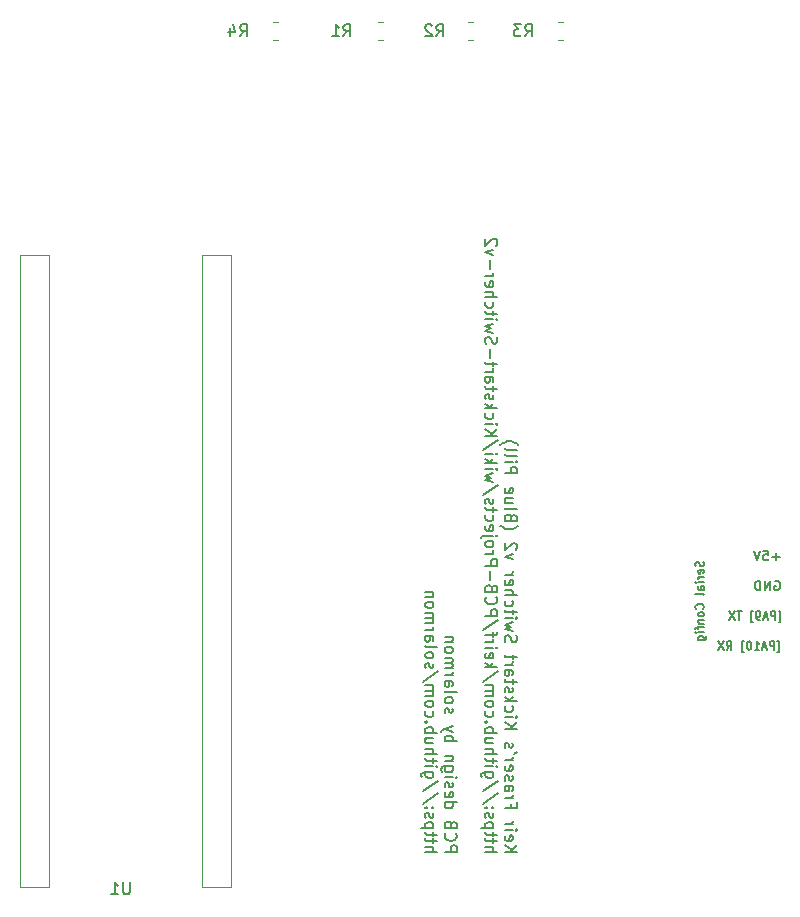
<source format=gbr>
%TF.GenerationSoftware,KiCad,Pcbnew,(5.1.9)-1*%
%TF.CreationDate,2021-05-08T11:56:35+01:00*%
%TF.ProjectId,Blue Pill Kickstart Switcher,426c7565-2050-4696-9c6c-204b69636b73,1*%
%TF.SameCoordinates,Original*%
%TF.FileFunction,Legend,Bot*%
%TF.FilePolarity,Positive*%
%FSLAX46Y46*%
G04 Gerber Fmt 4.6, Leading zero omitted, Abs format (unit mm)*
G04 Created by KiCad (PCBNEW (5.1.9)-1) date 2021-05-08 11:56:35*
%MOMM*%
%LPD*%
G01*
G04 APERTURE LIST*
%ADD10C,0.150000*%
%ADD11C,0.120000*%
G04 APERTURE END LIST*
D10*
X182198666Y-123740000D02*
X182365333Y-123740000D01*
X182365333Y-122740000D01*
X182198666Y-122740000D01*
X181932000Y-123506666D02*
X181932000Y-122806666D01*
X181665333Y-122806666D01*
X181598666Y-122840000D01*
X181565333Y-122873333D01*
X181532000Y-122940000D01*
X181532000Y-123040000D01*
X181565333Y-123106666D01*
X181598666Y-123140000D01*
X181665333Y-123173333D01*
X181932000Y-123173333D01*
X181265333Y-123306666D02*
X180932000Y-123306666D01*
X181332000Y-123506666D02*
X181098666Y-122806666D01*
X180865333Y-123506666D01*
X180265333Y-123506666D02*
X180665333Y-123506666D01*
X180465333Y-123506666D02*
X180465333Y-122806666D01*
X180532000Y-122906666D01*
X180598666Y-122973333D01*
X180665333Y-123006666D01*
X179832000Y-122806666D02*
X179765333Y-122806666D01*
X179698666Y-122840000D01*
X179665333Y-122873333D01*
X179632000Y-122940000D01*
X179598666Y-123073333D01*
X179598666Y-123240000D01*
X179632000Y-123373333D01*
X179665333Y-123440000D01*
X179698666Y-123473333D01*
X179765333Y-123506666D01*
X179832000Y-123506666D01*
X179898666Y-123473333D01*
X179932000Y-123440000D01*
X179965333Y-123373333D01*
X179998666Y-123240000D01*
X179998666Y-123073333D01*
X179965333Y-122940000D01*
X179932000Y-122873333D01*
X179898666Y-122840000D01*
X179832000Y-122806666D01*
X179365333Y-123740000D02*
X179198666Y-123740000D01*
X179198666Y-122740000D01*
X179365333Y-122740000D01*
X177898666Y-123506666D02*
X178132000Y-123173333D01*
X178298666Y-123506666D02*
X178298666Y-122806666D01*
X178032000Y-122806666D01*
X177965333Y-122840000D01*
X177932000Y-122873333D01*
X177898666Y-122940000D01*
X177898666Y-123040000D01*
X177932000Y-123106666D01*
X177965333Y-123140000D01*
X178032000Y-123173333D01*
X178298666Y-123173333D01*
X177665333Y-122806666D02*
X177198666Y-123506666D01*
X177198666Y-122806666D02*
X177665333Y-123506666D01*
X182290000Y-121200000D02*
X182456666Y-121200000D01*
X182456666Y-120200000D01*
X182290000Y-120200000D01*
X182023333Y-120966666D02*
X182023333Y-120266666D01*
X181756666Y-120266666D01*
X181690000Y-120300000D01*
X181656666Y-120333333D01*
X181623333Y-120400000D01*
X181623333Y-120500000D01*
X181656666Y-120566666D01*
X181690000Y-120600000D01*
X181756666Y-120633333D01*
X182023333Y-120633333D01*
X181356666Y-120766666D02*
X181023333Y-120766666D01*
X181423333Y-120966666D02*
X181190000Y-120266666D01*
X180956666Y-120966666D01*
X180690000Y-120966666D02*
X180556666Y-120966666D01*
X180490000Y-120933333D01*
X180456666Y-120900000D01*
X180390000Y-120800000D01*
X180356666Y-120666666D01*
X180356666Y-120400000D01*
X180390000Y-120333333D01*
X180423333Y-120300000D01*
X180490000Y-120266666D01*
X180623333Y-120266666D01*
X180690000Y-120300000D01*
X180723333Y-120333333D01*
X180756666Y-120400000D01*
X180756666Y-120566666D01*
X180723333Y-120633333D01*
X180690000Y-120666666D01*
X180623333Y-120700000D01*
X180490000Y-120700000D01*
X180423333Y-120666666D01*
X180390000Y-120633333D01*
X180356666Y-120566666D01*
X180123333Y-121200000D02*
X179956666Y-121200000D01*
X179956666Y-120200000D01*
X180123333Y-120200000D01*
X179156666Y-120266666D02*
X178756666Y-120266666D01*
X178956666Y-120966666D02*
X178956666Y-120266666D01*
X178590000Y-120266666D02*
X178123333Y-120966666D01*
X178123333Y-120266666D02*
X178590000Y-120966666D01*
X181965523Y-117710000D02*
X182041714Y-117671904D01*
X182156000Y-117671904D01*
X182270285Y-117710000D01*
X182346476Y-117786190D01*
X182384571Y-117862380D01*
X182422666Y-118014761D01*
X182422666Y-118129047D01*
X182384571Y-118281428D01*
X182346476Y-118357619D01*
X182270285Y-118433809D01*
X182156000Y-118471904D01*
X182079809Y-118471904D01*
X181965523Y-118433809D01*
X181927428Y-118395714D01*
X181927428Y-118129047D01*
X182079809Y-118129047D01*
X181584571Y-118471904D02*
X181584571Y-117671904D01*
X181127428Y-118471904D01*
X181127428Y-117671904D01*
X180746476Y-118471904D02*
X180746476Y-117671904D01*
X180556000Y-117671904D01*
X180441714Y-117710000D01*
X180365523Y-117786190D01*
X180327428Y-117862380D01*
X180289333Y-118014761D01*
X180289333Y-118129047D01*
X180327428Y-118281428D01*
X180365523Y-118357619D01*
X180441714Y-118433809D01*
X180556000Y-118471904D01*
X180746476Y-118471904D01*
X182384571Y-115627142D02*
X181775047Y-115627142D01*
X182079809Y-115931904D02*
X182079809Y-115322380D01*
X181013142Y-115131904D02*
X181394095Y-115131904D01*
X181432190Y-115512857D01*
X181394095Y-115474761D01*
X181317904Y-115436666D01*
X181127428Y-115436666D01*
X181051238Y-115474761D01*
X181013142Y-115512857D01*
X180975047Y-115589047D01*
X180975047Y-115779523D01*
X181013142Y-115855714D01*
X181051238Y-115893809D01*
X181127428Y-115931904D01*
X181317904Y-115931904D01*
X181394095Y-115893809D01*
X181432190Y-115855714D01*
X180746476Y-115131904D02*
X180479809Y-115931904D01*
X180213142Y-115131904D01*
X175924333Y-116063333D02*
X175957666Y-116163333D01*
X175957666Y-116330000D01*
X175924333Y-116396666D01*
X175891000Y-116430000D01*
X175824333Y-116463333D01*
X175757666Y-116463333D01*
X175691000Y-116430000D01*
X175657666Y-116396666D01*
X175624333Y-116330000D01*
X175591000Y-116196666D01*
X175557666Y-116130000D01*
X175524333Y-116096666D01*
X175457666Y-116063333D01*
X175391000Y-116063333D01*
X175324333Y-116096666D01*
X175291000Y-116130000D01*
X175257666Y-116196666D01*
X175257666Y-116363333D01*
X175291000Y-116463333D01*
X175924333Y-117030000D02*
X175957666Y-116963333D01*
X175957666Y-116830000D01*
X175924333Y-116763333D01*
X175857666Y-116730000D01*
X175591000Y-116730000D01*
X175524333Y-116763333D01*
X175491000Y-116830000D01*
X175491000Y-116963333D01*
X175524333Y-117030000D01*
X175591000Y-117063333D01*
X175657666Y-117063333D01*
X175724333Y-116730000D01*
X175957666Y-117363333D02*
X175491000Y-117363333D01*
X175624333Y-117363333D02*
X175557666Y-117396666D01*
X175524333Y-117430000D01*
X175491000Y-117496666D01*
X175491000Y-117563333D01*
X175957666Y-117796666D02*
X175491000Y-117796666D01*
X175257666Y-117796666D02*
X175291000Y-117763333D01*
X175324333Y-117796666D01*
X175291000Y-117830000D01*
X175257666Y-117796666D01*
X175324333Y-117796666D01*
X175957666Y-118430000D02*
X175591000Y-118430000D01*
X175524333Y-118396666D01*
X175491000Y-118330000D01*
X175491000Y-118196666D01*
X175524333Y-118130000D01*
X175924333Y-118430000D02*
X175957666Y-118363333D01*
X175957666Y-118196666D01*
X175924333Y-118130000D01*
X175857666Y-118096666D01*
X175791000Y-118096666D01*
X175724333Y-118130000D01*
X175691000Y-118196666D01*
X175691000Y-118363333D01*
X175657666Y-118430000D01*
X175957666Y-118863333D02*
X175924333Y-118796666D01*
X175857666Y-118763333D01*
X175257666Y-118763333D01*
X175891000Y-120063333D02*
X175924333Y-120030000D01*
X175957666Y-119930000D01*
X175957666Y-119863333D01*
X175924333Y-119763333D01*
X175857666Y-119696666D01*
X175791000Y-119663333D01*
X175657666Y-119630000D01*
X175557666Y-119630000D01*
X175424333Y-119663333D01*
X175357666Y-119696666D01*
X175291000Y-119763333D01*
X175257666Y-119863333D01*
X175257666Y-119930000D01*
X175291000Y-120030000D01*
X175324333Y-120063333D01*
X175957666Y-120463333D02*
X175924333Y-120396666D01*
X175891000Y-120363333D01*
X175824333Y-120330000D01*
X175624333Y-120330000D01*
X175557666Y-120363333D01*
X175524333Y-120396666D01*
X175491000Y-120463333D01*
X175491000Y-120563333D01*
X175524333Y-120630000D01*
X175557666Y-120663333D01*
X175624333Y-120696666D01*
X175824333Y-120696666D01*
X175891000Y-120663333D01*
X175924333Y-120630000D01*
X175957666Y-120563333D01*
X175957666Y-120463333D01*
X175491000Y-120996666D02*
X175957666Y-120996666D01*
X175557666Y-120996666D02*
X175524333Y-121030000D01*
X175491000Y-121096666D01*
X175491000Y-121196666D01*
X175524333Y-121263333D01*
X175591000Y-121296666D01*
X175957666Y-121296666D01*
X175491000Y-121530000D02*
X175491000Y-121796666D01*
X175957666Y-121630000D02*
X175357666Y-121630000D01*
X175291000Y-121663333D01*
X175257666Y-121730000D01*
X175257666Y-121796666D01*
X175957666Y-122030000D02*
X175491000Y-122030000D01*
X175257666Y-122030000D02*
X175291000Y-121996666D01*
X175324333Y-122030000D01*
X175291000Y-122063333D01*
X175257666Y-122030000D01*
X175324333Y-122030000D01*
X175491000Y-122663333D02*
X176057666Y-122663333D01*
X176124333Y-122630000D01*
X176157666Y-122596666D01*
X176191000Y-122530000D01*
X176191000Y-122430000D01*
X176157666Y-122363333D01*
X175924333Y-122663333D02*
X175957666Y-122596666D01*
X175957666Y-122463333D01*
X175924333Y-122396666D01*
X175891000Y-122363333D01*
X175824333Y-122330000D01*
X175624333Y-122330000D01*
X175557666Y-122363333D01*
X175524333Y-122396666D01*
X175491000Y-122463333D01*
X175491000Y-122596666D01*
X175524333Y-122663333D01*
X154042619Y-140634404D02*
X155042619Y-140634404D01*
X155042619Y-140253452D01*
X154995000Y-140158214D01*
X154947380Y-140110595D01*
X154852142Y-140062976D01*
X154709285Y-140062976D01*
X154614047Y-140110595D01*
X154566428Y-140158214D01*
X154518809Y-140253452D01*
X154518809Y-140634404D01*
X154137857Y-139062976D02*
X154090238Y-139110595D01*
X154042619Y-139253452D01*
X154042619Y-139348690D01*
X154090238Y-139491547D01*
X154185476Y-139586785D01*
X154280714Y-139634404D01*
X154471190Y-139682023D01*
X154614047Y-139682023D01*
X154804523Y-139634404D01*
X154899761Y-139586785D01*
X154995000Y-139491547D01*
X155042619Y-139348690D01*
X155042619Y-139253452D01*
X154995000Y-139110595D01*
X154947380Y-139062976D01*
X154566428Y-138301071D02*
X154518809Y-138158214D01*
X154471190Y-138110595D01*
X154375952Y-138062976D01*
X154233095Y-138062976D01*
X154137857Y-138110595D01*
X154090238Y-138158214D01*
X154042619Y-138253452D01*
X154042619Y-138634404D01*
X155042619Y-138634404D01*
X155042619Y-138301071D01*
X154995000Y-138205833D01*
X154947380Y-138158214D01*
X154852142Y-138110595D01*
X154756904Y-138110595D01*
X154661666Y-138158214D01*
X154614047Y-138205833D01*
X154566428Y-138301071D01*
X154566428Y-138634404D01*
X154042619Y-136443928D02*
X155042619Y-136443928D01*
X154090238Y-136443928D02*
X154042619Y-136539166D01*
X154042619Y-136729642D01*
X154090238Y-136824880D01*
X154137857Y-136872500D01*
X154233095Y-136920119D01*
X154518809Y-136920119D01*
X154614047Y-136872500D01*
X154661666Y-136824880D01*
X154709285Y-136729642D01*
X154709285Y-136539166D01*
X154661666Y-136443928D01*
X154090238Y-135586785D02*
X154042619Y-135682023D01*
X154042619Y-135872500D01*
X154090238Y-135967738D01*
X154185476Y-136015357D01*
X154566428Y-136015357D01*
X154661666Y-135967738D01*
X154709285Y-135872500D01*
X154709285Y-135682023D01*
X154661666Y-135586785D01*
X154566428Y-135539166D01*
X154471190Y-135539166D01*
X154375952Y-136015357D01*
X154090238Y-135158214D02*
X154042619Y-135062976D01*
X154042619Y-134872500D01*
X154090238Y-134777261D01*
X154185476Y-134729642D01*
X154233095Y-134729642D01*
X154328333Y-134777261D01*
X154375952Y-134872500D01*
X154375952Y-135015357D01*
X154423571Y-135110595D01*
X154518809Y-135158214D01*
X154566428Y-135158214D01*
X154661666Y-135110595D01*
X154709285Y-135015357D01*
X154709285Y-134872500D01*
X154661666Y-134777261D01*
X154042619Y-134301071D02*
X154709285Y-134301071D01*
X155042619Y-134301071D02*
X154995000Y-134348690D01*
X154947380Y-134301071D01*
X154995000Y-134253452D01*
X155042619Y-134301071D01*
X154947380Y-134301071D01*
X154709285Y-133396309D02*
X153899761Y-133396309D01*
X153804523Y-133443928D01*
X153756904Y-133491547D01*
X153709285Y-133586785D01*
X153709285Y-133729642D01*
X153756904Y-133824880D01*
X154090238Y-133396309D02*
X154042619Y-133491547D01*
X154042619Y-133682023D01*
X154090238Y-133777261D01*
X154137857Y-133824880D01*
X154233095Y-133872500D01*
X154518809Y-133872500D01*
X154614047Y-133824880D01*
X154661666Y-133777261D01*
X154709285Y-133682023D01*
X154709285Y-133491547D01*
X154661666Y-133396309D01*
X154709285Y-132920119D02*
X154042619Y-132920119D01*
X154614047Y-132920119D02*
X154661666Y-132872500D01*
X154709285Y-132777261D01*
X154709285Y-132634404D01*
X154661666Y-132539166D01*
X154566428Y-132491547D01*
X154042619Y-132491547D01*
X154042619Y-131253452D02*
X155042619Y-131253452D01*
X154661666Y-131253452D02*
X154709285Y-131158214D01*
X154709285Y-130967738D01*
X154661666Y-130872500D01*
X154614047Y-130824880D01*
X154518809Y-130777261D01*
X154233095Y-130777261D01*
X154137857Y-130824880D01*
X154090238Y-130872500D01*
X154042619Y-130967738D01*
X154042619Y-131158214D01*
X154090238Y-131253452D01*
X154709285Y-130443928D02*
X154042619Y-130205833D01*
X154709285Y-129967738D02*
X154042619Y-130205833D01*
X153804523Y-130301071D01*
X153756904Y-130348690D01*
X153709285Y-130443928D01*
X154090238Y-128872500D02*
X154042619Y-128777261D01*
X154042619Y-128586785D01*
X154090238Y-128491547D01*
X154185476Y-128443928D01*
X154233095Y-128443928D01*
X154328333Y-128491547D01*
X154375952Y-128586785D01*
X154375952Y-128729642D01*
X154423571Y-128824880D01*
X154518809Y-128872500D01*
X154566428Y-128872500D01*
X154661666Y-128824880D01*
X154709285Y-128729642D01*
X154709285Y-128586785D01*
X154661666Y-128491547D01*
X154042619Y-127872500D02*
X154090238Y-127967738D01*
X154137857Y-128015357D01*
X154233095Y-128062976D01*
X154518809Y-128062976D01*
X154614047Y-128015357D01*
X154661666Y-127967738D01*
X154709285Y-127872500D01*
X154709285Y-127729642D01*
X154661666Y-127634404D01*
X154614047Y-127586785D01*
X154518809Y-127539166D01*
X154233095Y-127539166D01*
X154137857Y-127586785D01*
X154090238Y-127634404D01*
X154042619Y-127729642D01*
X154042619Y-127872500D01*
X154042619Y-126967738D02*
X154090238Y-127062976D01*
X154185476Y-127110595D01*
X155042619Y-127110595D01*
X154042619Y-126158214D02*
X154566428Y-126158214D01*
X154661666Y-126205833D01*
X154709285Y-126301071D01*
X154709285Y-126491547D01*
X154661666Y-126586785D01*
X154090238Y-126158214D02*
X154042619Y-126253452D01*
X154042619Y-126491547D01*
X154090238Y-126586785D01*
X154185476Y-126634404D01*
X154280714Y-126634404D01*
X154375952Y-126586785D01*
X154423571Y-126491547D01*
X154423571Y-126253452D01*
X154471190Y-126158214D01*
X154042619Y-125682023D02*
X154709285Y-125682023D01*
X154518809Y-125682023D02*
X154614047Y-125634404D01*
X154661666Y-125586785D01*
X154709285Y-125491547D01*
X154709285Y-125396309D01*
X154042619Y-125062976D02*
X154709285Y-125062976D01*
X154614047Y-125062976D02*
X154661666Y-125015357D01*
X154709285Y-124920119D01*
X154709285Y-124777261D01*
X154661666Y-124682023D01*
X154566428Y-124634404D01*
X154042619Y-124634404D01*
X154566428Y-124634404D02*
X154661666Y-124586785D01*
X154709285Y-124491547D01*
X154709285Y-124348690D01*
X154661666Y-124253452D01*
X154566428Y-124205833D01*
X154042619Y-124205833D01*
X154042619Y-123586785D02*
X154090238Y-123682023D01*
X154137857Y-123729642D01*
X154233095Y-123777261D01*
X154518809Y-123777261D01*
X154614047Y-123729642D01*
X154661666Y-123682023D01*
X154709285Y-123586785D01*
X154709285Y-123443928D01*
X154661666Y-123348690D01*
X154614047Y-123301071D01*
X154518809Y-123253452D01*
X154233095Y-123253452D01*
X154137857Y-123301071D01*
X154090238Y-123348690D01*
X154042619Y-123443928D01*
X154042619Y-123586785D01*
X154709285Y-122824880D02*
X154042619Y-122824880D01*
X154614047Y-122824880D02*
X154661666Y-122777261D01*
X154709285Y-122682023D01*
X154709285Y-122539166D01*
X154661666Y-122443928D01*
X154566428Y-122396309D01*
X154042619Y-122396309D01*
X152392619Y-140634404D02*
X153392619Y-140634404D01*
X152392619Y-140205833D02*
X152916428Y-140205833D01*
X153011666Y-140253452D01*
X153059285Y-140348690D01*
X153059285Y-140491547D01*
X153011666Y-140586785D01*
X152964047Y-140634404D01*
X153059285Y-139872500D02*
X153059285Y-139491547D01*
X153392619Y-139729642D02*
X152535476Y-139729642D01*
X152440238Y-139682023D01*
X152392619Y-139586785D01*
X152392619Y-139491547D01*
X153059285Y-139301071D02*
X153059285Y-138920119D01*
X153392619Y-139158214D02*
X152535476Y-139158214D01*
X152440238Y-139110595D01*
X152392619Y-139015357D01*
X152392619Y-138920119D01*
X153059285Y-138586785D02*
X152059285Y-138586785D01*
X153011666Y-138586785D02*
X153059285Y-138491547D01*
X153059285Y-138301071D01*
X153011666Y-138205833D01*
X152964047Y-138158214D01*
X152868809Y-138110595D01*
X152583095Y-138110595D01*
X152487857Y-138158214D01*
X152440238Y-138205833D01*
X152392619Y-138301071D01*
X152392619Y-138491547D01*
X152440238Y-138586785D01*
X152440238Y-137729642D02*
X152392619Y-137634404D01*
X152392619Y-137443928D01*
X152440238Y-137348690D01*
X152535476Y-137301071D01*
X152583095Y-137301071D01*
X152678333Y-137348690D01*
X152725952Y-137443928D01*
X152725952Y-137586785D01*
X152773571Y-137682023D01*
X152868809Y-137729642D01*
X152916428Y-137729642D01*
X153011666Y-137682023D01*
X153059285Y-137586785D01*
X153059285Y-137443928D01*
X153011666Y-137348690D01*
X152487857Y-136872500D02*
X152440238Y-136824880D01*
X152392619Y-136872500D01*
X152440238Y-136920119D01*
X152487857Y-136872500D01*
X152392619Y-136872500D01*
X153011666Y-136872500D02*
X152964047Y-136824880D01*
X152916428Y-136872500D01*
X152964047Y-136920119D01*
X153011666Y-136872500D01*
X152916428Y-136872500D01*
X153440238Y-135682023D02*
X152154523Y-136539166D01*
X153440238Y-134634404D02*
X152154523Y-135491547D01*
X153059285Y-133872500D02*
X152249761Y-133872500D01*
X152154523Y-133920119D01*
X152106904Y-133967738D01*
X152059285Y-134062976D01*
X152059285Y-134205833D01*
X152106904Y-134301071D01*
X152440238Y-133872500D02*
X152392619Y-133967738D01*
X152392619Y-134158214D01*
X152440238Y-134253452D01*
X152487857Y-134301071D01*
X152583095Y-134348690D01*
X152868809Y-134348690D01*
X152964047Y-134301071D01*
X153011666Y-134253452D01*
X153059285Y-134158214D01*
X153059285Y-133967738D01*
X153011666Y-133872500D01*
X152392619Y-133396309D02*
X153059285Y-133396309D01*
X153392619Y-133396309D02*
X153345000Y-133443928D01*
X153297380Y-133396309D01*
X153345000Y-133348690D01*
X153392619Y-133396309D01*
X153297380Y-133396309D01*
X153059285Y-133062976D02*
X153059285Y-132682023D01*
X153392619Y-132920119D02*
X152535476Y-132920119D01*
X152440238Y-132872500D01*
X152392619Y-132777261D01*
X152392619Y-132682023D01*
X152392619Y-132348690D02*
X153392619Y-132348690D01*
X152392619Y-131920119D02*
X152916428Y-131920119D01*
X153011666Y-131967738D01*
X153059285Y-132062976D01*
X153059285Y-132205833D01*
X153011666Y-132301071D01*
X152964047Y-132348690D01*
X153059285Y-131015357D02*
X152392619Y-131015357D01*
X153059285Y-131443928D02*
X152535476Y-131443928D01*
X152440238Y-131396309D01*
X152392619Y-131301071D01*
X152392619Y-131158214D01*
X152440238Y-131062976D01*
X152487857Y-131015357D01*
X152392619Y-130539166D02*
X153392619Y-130539166D01*
X153011666Y-130539166D02*
X153059285Y-130443928D01*
X153059285Y-130253452D01*
X153011666Y-130158214D01*
X152964047Y-130110595D01*
X152868809Y-130062976D01*
X152583095Y-130062976D01*
X152487857Y-130110595D01*
X152440238Y-130158214D01*
X152392619Y-130253452D01*
X152392619Y-130443928D01*
X152440238Y-130539166D01*
X152487857Y-129634404D02*
X152440238Y-129586785D01*
X152392619Y-129634404D01*
X152440238Y-129682023D01*
X152487857Y-129634404D01*
X152392619Y-129634404D01*
X152440238Y-128729642D02*
X152392619Y-128824880D01*
X152392619Y-129015357D01*
X152440238Y-129110595D01*
X152487857Y-129158214D01*
X152583095Y-129205833D01*
X152868809Y-129205833D01*
X152964047Y-129158214D01*
X153011666Y-129110595D01*
X153059285Y-129015357D01*
X153059285Y-128824880D01*
X153011666Y-128729642D01*
X152392619Y-128158214D02*
X152440238Y-128253452D01*
X152487857Y-128301071D01*
X152583095Y-128348690D01*
X152868809Y-128348690D01*
X152964047Y-128301071D01*
X153011666Y-128253452D01*
X153059285Y-128158214D01*
X153059285Y-128015357D01*
X153011666Y-127920119D01*
X152964047Y-127872500D01*
X152868809Y-127824880D01*
X152583095Y-127824880D01*
X152487857Y-127872500D01*
X152440238Y-127920119D01*
X152392619Y-128015357D01*
X152392619Y-128158214D01*
X152392619Y-127396309D02*
X153059285Y-127396309D01*
X152964047Y-127396309D02*
X153011666Y-127348690D01*
X153059285Y-127253452D01*
X153059285Y-127110595D01*
X153011666Y-127015357D01*
X152916428Y-126967738D01*
X152392619Y-126967738D01*
X152916428Y-126967738D02*
X153011666Y-126920119D01*
X153059285Y-126824880D01*
X153059285Y-126682023D01*
X153011666Y-126586785D01*
X152916428Y-126539166D01*
X152392619Y-126539166D01*
X153440238Y-125348690D02*
X152154523Y-126205833D01*
X152440238Y-125062976D02*
X152392619Y-124967738D01*
X152392619Y-124777261D01*
X152440238Y-124682023D01*
X152535476Y-124634404D01*
X152583095Y-124634404D01*
X152678333Y-124682023D01*
X152725952Y-124777261D01*
X152725952Y-124920119D01*
X152773571Y-125015357D01*
X152868809Y-125062976D01*
X152916428Y-125062976D01*
X153011666Y-125015357D01*
X153059285Y-124920119D01*
X153059285Y-124777261D01*
X153011666Y-124682023D01*
X152392619Y-124062976D02*
X152440238Y-124158214D01*
X152487857Y-124205833D01*
X152583095Y-124253452D01*
X152868809Y-124253452D01*
X152964047Y-124205833D01*
X153011666Y-124158214D01*
X153059285Y-124062976D01*
X153059285Y-123920119D01*
X153011666Y-123824880D01*
X152964047Y-123777261D01*
X152868809Y-123729642D01*
X152583095Y-123729642D01*
X152487857Y-123777261D01*
X152440238Y-123824880D01*
X152392619Y-123920119D01*
X152392619Y-124062976D01*
X152392619Y-123158214D02*
X152440238Y-123253452D01*
X152535476Y-123301071D01*
X153392619Y-123301071D01*
X152392619Y-122348690D02*
X152916428Y-122348690D01*
X153011666Y-122396309D01*
X153059285Y-122491547D01*
X153059285Y-122682023D01*
X153011666Y-122777261D01*
X152440238Y-122348690D02*
X152392619Y-122443928D01*
X152392619Y-122682023D01*
X152440238Y-122777261D01*
X152535476Y-122824880D01*
X152630714Y-122824880D01*
X152725952Y-122777261D01*
X152773571Y-122682023D01*
X152773571Y-122443928D01*
X152821190Y-122348690D01*
X152392619Y-121872500D02*
X153059285Y-121872500D01*
X152868809Y-121872500D02*
X152964047Y-121824880D01*
X153011666Y-121777261D01*
X153059285Y-121682023D01*
X153059285Y-121586785D01*
X152392619Y-121253452D02*
X153059285Y-121253452D01*
X152964047Y-121253452D02*
X153011666Y-121205833D01*
X153059285Y-121110595D01*
X153059285Y-120967738D01*
X153011666Y-120872500D01*
X152916428Y-120824880D01*
X152392619Y-120824880D01*
X152916428Y-120824880D02*
X153011666Y-120777261D01*
X153059285Y-120682023D01*
X153059285Y-120539166D01*
X153011666Y-120443928D01*
X152916428Y-120396309D01*
X152392619Y-120396309D01*
X152392619Y-119777261D02*
X152440238Y-119872500D01*
X152487857Y-119920119D01*
X152583095Y-119967738D01*
X152868809Y-119967738D01*
X152964047Y-119920119D01*
X153011666Y-119872500D01*
X153059285Y-119777261D01*
X153059285Y-119634404D01*
X153011666Y-119539166D01*
X152964047Y-119491547D01*
X152868809Y-119443928D01*
X152583095Y-119443928D01*
X152487857Y-119491547D01*
X152440238Y-119539166D01*
X152392619Y-119634404D01*
X152392619Y-119777261D01*
X153059285Y-119015357D02*
X152392619Y-119015357D01*
X152964047Y-119015357D02*
X153011666Y-118967738D01*
X153059285Y-118872500D01*
X153059285Y-118729642D01*
X153011666Y-118634404D01*
X152916428Y-118586785D01*
X152392619Y-118586785D01*
X159122619Y-140634404D02*
X160122619Y-140634404D01*
X159122619Y-140062976D02*
X159694047Y-140491547D01*
X160122619Y-140062976D02*
X159551190Y-140634404D01*
X159170238Y-139253452D02*
X159122619Y-139348690D01*
X159122619Y-139539166D01*
X159170238Y-139634404D01*
X159265476Y-139682023D01*
X159646428Y-139682023D01*
X159741666Y-139634404D01*
X159789285Y-139539166D01*
X159789285Y-139348690D01*
X159741666Y-139253452D01*
X159646428Y-139205833D01*
X159551190Y-139205833D01*
X159455952Y-139682023D01*
X159122619Y-138777261D02*
X159789285Y-138777261D01*
X160122619Y-138777261D02*
X160075000Y-138824880D01*
X160027380Y-138777261D01*
X160075000Y-138729642D01*
X160122619Y-138777261D01*
X160027380Y-138777261D01*
X159122619Y-138301071D02*
X159789285Y-138301071D01*
X159598809Y-138301071D02*
X159694047Y-138253452D01*
X159741666Y-138205833D01*
X159789285Y-138110595D01*
X159789285Y-138015357D01*
X159646428Y-136586785D02*
X159646428Y-136920119D01*
X159122619Y-136920119D02*
X160122619Y-136920119D01*
X160122619Y-136443928D01*
X159122619Y-136062976D02*
X159789285Y-136062976D01*
X159598809Y-136062976D02*
X159694047Y-136015357D01*
X159741666Y-135967738D01*
X159789285Y-135872500D01*
X159789285Y-135777261D01*
X159122619Y-135015357D02*
X159646428Y-135015357D01*
X159741666Y-135062976D01*
X159789285Y-135158214D01*
X159789285Y-135348690D01*
X159741666Y-135443928D01*
X159170238Y-135015357D02*
X159122619Y-135110595D01*
X159122619Y-135348690D01*
X159170238Y-135443928D01*
X159265476Y-135491547D01*
X159360714Y-135491547D01*
X159455952Y-135443928D01*
X159503571Y-135348690D01*
X159503571Y-135110595D01*
X159551190Y-135015357D01*
X159170238Y-134586785D02*
X159122619Y-134491547D01*
X159122619Y-134301071D01*
X159170238Y-134205833D01*
X159265476Y-134158214D01*
X159313095Y-134158214D01*
X159408333Y-134205833D01*
X159455952Y-134301071D01*
X159455952Y-134443928D01*
X159503571Y-134539166D01*
X159598809Y-134586785D01*
X159646428Y-134586785D01*
X159741666Y-134539166D01*
X159789285Y-134443928D01*
X159789285Y-134301071D01*
X159741666Y-134205833D01*
X159170238Y-133348690D02*
X159122619Y-133443928D01*
X159122619Y-133634404D01*
X159170238Y-133729642D01*
X159265476Y-133777261D01*
X159646428Y-133777261D01*
X159741666Y-133729642D01*
X159789285Y-133634404D01*
X159789285Y-133443928D01*
X159741666Y-133348690D01*
X159646428Y-133301071D01*
X159551190Y-133301071D01*
X159455952Y-133777261D01*
X159122619Y-132872500D02*
X159789285Y-132872500D01*
X159598809Y-132872500D02*
X159694047Y-132824880D01*
X159741666Y-132777261D01*
X159789285Y-132682023D01*
X159789285Y-132586785D01*
X160122619Y-132205833D02*
X159932142Y-132301071D01*
X159170238Y-131824880D02*
X159122619Y-131729642D01*
X159122619Y-131539166D01*
X159170238Y-131443928D01*
X159265476Y-131396309D01*
X159313095Y-131396309D01*
X159408333Y-131443928D01*
X159455952Y-131539166D01*
X159455952Y-131682023D01*
X159503571Y-131777261D01*
X159598809Y-131824880D01*
X159646428Y-131824880D01*
X159741666Y-131777261D01*
X159789285Y-131682023D01*
X159789285Y-131539166D01*
X159741666Y-131443928D01*
X159122619Y-130205833D02*
X160122619Y-130205833D01*
X159122619Y-129634404D02*
X159694047Y-130062976D01*
X160122619Y-129634404D02*
X159551190Y-130205833D01*
X159122619Y-129205833D02*
X159789285Y-129205833D01*
X160122619Y-129205833D02*
X160075000Y-129253452D01*
X160027380Y-129205833D01*
X160075000Y-129158214D01*
X160122619Y-129205833D01*
X160027380Y-129205833D01*
X159170238Y-128301071D02*
X159122619Y-128396309D01*
X159122619Y-128586785D01*
X159170238Y-128682023D01*
X159217857Y-128729642D01*
X159313095Y-128777261D01*
X159598809Y-128777261D01*
X159694047Y-128729642D01*
X159741666Y-128682023D01*
X159789285Y-128586785D01*
X159789285Y-128396309D01*
X159741666Y-128301071D01*
X159122619Y-127872500D02*
X160122619Y-127872500D01*
X159503571Y-127777261D02*
X159122619Y-127491547D01*
X159789285Y-127491547D02*
X159408333Y-127872500D01*
X159170238Y-127110595D02*
X159122619Y-127015357D01*
X159122619Y-126824880D01*
X159170238Y-126729642D01*
X159265476Y-126682023D01*
X159313095Y-126682023D01*
X159408333Y-126729642D01*
X159455952Y-126824880D01*
X159455952Y-126967738D01*
X159503571Y-127062976D01*
X159598809Y-127110595D01*
X159646428Y-127110595D01*
X159741666Y-127062976D01*
X159789285Y-126967738D01*
X159789285Y-126824880D01*
X159741666Y-126729642D01*
X159789285Y-126396309D02*
X159789285Y-126015357D01*
X160122619Y-126253452D02*
X159265476Y-126253452D01*
X159170238Y-126205833D01*
X159122619Y-126110595D01*
X159122619Y-126015357D01*
X159122619Y-125253452D02*
X159646428Y-125253452D01*
X159741666Y-125301071D01*
X159789285Y-125396309D01*
X159789285Y-125586785D01*
X159741666Y-125682023D01*
X159170238Y-125253452D02*
X159122619Y-125348690D01*
X159122619Y-125586785D01*
X159170238Y-125682023D01*
X159265476Y-125729642D01*
X159360714Y-125729642D01*
X159455952Y-125682023D01*
X159503571Y-125586785D01*
X159503571Y-125348690D01*
X159551190Y-125253452D01*
X159122619Y-124777261D02*
X159789285Y-124777261D01*
X159598809Y-124777261D02*
X159694047Y-124729642D01*
X159741666Y-124682023D01*
X159789285Y-124586785D01*
X159789285Y-124491547D01*
X159789285Y-124301071D02*
X159789285Y-123920119D01*
X160122619Y-124158214D02*
X159265476Y-124158214D01*
X159170238Y-124110595D01*
X159122619Y-124015357D01*
X159122619Y-123920119D01*
X159170238Y-122872500D02*
X159122619Y-122729642D01*
X159122619Y-122491547D01*
X159170238Y-122396309D01*
X159217857Y-122348690D01*
X159313095Y-122301071D01*
X159408333Y-122301071D01*
X159503571Y-122348690D01*
X159551190Y-122396309D01*
X159598809Y-122491547D01*
X159646428Y-122682023D01*
X159694047Y-122777261D01*
X159741666Y-122824880D01*
X159836904Y-122872500D01*
X159932142Y-122872500D01*
X160027380Y-122824880D01*
X160075000Y-122777261D01*
X160122619Y-122682023D01*
X160122619Y-122443928D01*
X160075000Y-122301071D01*
X159789285Y-121967738D02*
X159122619Y-121777261D01*
X159598809Y-121586785D01*
X159122619Y-121396309D01*
X159789285Y-121205833D01*
X159122619Y-120824880D02*
X159789285Y-120824880D01*
X160122619Y-120824880D02*
X160075000Y-120872500D01*
X160027380Y-120824880D01*
X160075000Y-120777261D01*
X160122619Y-120824880D01*
X160027380Y-120824880D01*
X159789285Y-120491547D02*
X159789285Y-120110595D01*
X160122619Y-120348690D02*
X159265476Y-120348690D01*
X159170238Y-120301071D01*
X159122619Y-120205833D01*
X159122619Y-120110595D01*
X159170238Y-119348690D02*
X159122619Y-119443928D01*
X159122619Y-119634404D01*
X159170238Y-119729642D01*
X159217857Y-119777261D01*
X159313095Y-119824880D01*
X159598809Y-119824880D01*
X159694047Y-119777261D01*
X159741666Y-119729642D01*
X159789285Y-119634404D01*
X159789285Y-119443928D01*
X159741666Y-119348690D01*
X159122619Y-118920119D02*
X160122619Y-118920119D01*
X159122619Y-118491547D02*
X159646428Y-118491547D01*
X159741666Y-118539166D01*
X159789285Y-118634404D01*
X159789285Y-118777261D01*
X159741666Y-118872500D01*
X159694047Y-118920119D01*
X159170238Y-117634404D02*
X159122619Y-117729642D01*
X159122619Y-117920119D01*
X159170238Y-118015357D01*
X159265476Y-118062976D01*
X159646428Y-118062976D01*
X159741666Y-118015357D01*
X159789285Y-117920119D01*
X159789285Y-117729642D01*
X159741666Y-117634404D01*
X159646428Y-117586785D01*
X159551190Y-117586785D01*
X159455952Y-118062976D01*
X159122619Y-117158214D02*
X159789285Y-117158214D01*
X159598809Y-117158214D02*
X159694047Y-117110595D01*
X159741666Y-117062976D01*
X159789285Y-116967738D01*
X159789285Y-116872500D01*
X159789285Y-115872500D02*
X159122619Y-115634404D01*
X159789285Y-115396309D01*
X160027380Y-115062976D02*
X160075000Y-115015357D01*
X160122619Y-114920119D01*
X160122619Y-114682023D01*
X160075000Y-114586785D01*
X160027380Y-114539166D01*
X159932142Y-114491547D01*
X159836904Y-114491547D01*
X159694047Y-114539166D01*
X159122619Y-115110595D01*
X159122619Y-114491547D01*
X158741666Y-113015357D02*
X158789285Y-113062976D01*
X158932142Y-113158214D01*
X159027380Y-113205833D01*
X159170238Y-113253452D01*
X159408333Y-113301071D01*
X159598809Y-113301071D01*
X159836904Y-113253452D01*
X159979761Y-113205833D01*
X160075000Y-113158214D01*
X160217857Y-113062976D01*
X160265476Y-113015357D01*
X159646428Y-112301071D02*
X159598809Y-112158214D01*
X159551190Y-112110595D01*
X159455952Y-112062976D01*
X159313095Y-112062976D01*
X159217857Y-112110595D01*
X159170238Y-112158214D01*
X159122619Y-112253452D01*
X159122619Y-112634404D01*
X160122619Y-112634404D01*
X160122619Y-112301071D01*
X160075000Y-112205833D01*
X160027380Y-112158214D01*
X159932142Y-112110595D01*
X159836904Y-112110595D01*
X159741666Y-112158214D01*
X159694047Y-112205833D01*
X159646428Y-112301071D01*
X159646428Y-112634404D01*
X159122619Y-111491547D02*
X159170238Y-111586785D01*
X159265476Y-111634404D01*
X160122619Y-111634404D01*
X159789285Y-110682023D02*
X159122619Y-110682023D01*
X159789285Y-111110595D02*
X159265476Y-111110595D01*
X159170238Y-111062976D01*
X159122619Y-110967738D01*
X159122619Y-110824880D01*
X159170238Y-110729642D01*
X159217857Y-110682023D01*
X159170238Y-109824880D02*
X159122619Y-109920119D01*
X159122619Y-110110595D01*
X159170238Y-110205833D01*
X159265476Y-110253452D01*
X159646428Y-110253452D01*
X159741666Y-110205833D01*
X159789285Y-110110595D01*
X159789285Y-109920119D01*
X159741666Y-109824880D01*
X159646428Y-109777261D01*
X159551190Y-109777261D01*
X159455952Y-110253452D01*
X159122619Y-108586785D02*
X160122619Y-108586785D01*
X160122619Y-108205833D01*
X160075000Y-108110595D01*
X160027380Y-108062976D01*
X159932142Y-108015357D01*
X159789285Y-108015357D01*
X159694047Y-108062976D01*
X159646428Y-108110595D01*
X159598809Y-108205833D01*
X159598809Y-108586785D01*
X159122619Y-107586785D02*
X159789285Y-107586785D01*
X160122619Y-107586785D02*
X160075000Y-107634404D01*
X160027380Y-107586785D01*
X160075000Y-107539166D01*
X160122619Y-107586785D01*
X160027380Y-107586785D01*
X159122619Y-106967738D02*
X159170238Y-107062976D01*
X159265476Y-107110595D01*
X160122619Y-107110595D01*
X159122619Y-106443928D02*
X159170238Y-106539166D01*
X159265476Y-106586785D01*
X160122619Y-106586785D01*
X158741666Y-106158214D02*
X158789285Y-106110595D01*
X158932142Y-106015357D01*
X159027380Y-105967738D01*
X159170238Y-105920119D01*
X159408333Y-105872500D01*
X159598809Y-105872500D01*
X159836904Y-105920119D01*
X159979761Y-105967738D01*
X160075000Y-106015357D01*
X160217857Y-106110595D01*
X160265476Y-106158214D01*
X157472619Y-140634404D02*
X158472619Y-140634404D01*
X157472619Y-140205833D02*
X157996428Y-140205833D01*
X158091666Y-140253452D01*
X158139285Y-140348690D01*
X158139285Y-140491547D01*
X158091666Y-140586785D01*
X158044047Y-140634404D01*
X158139285Y-139872500D02*
X158139285Y-139491547D01*
X158472619Y-139729642D02*
X157615476Y-139729642D01*
X157520238Y-139682023D01*
X157472619Y-139586785D01*
X157472619Y-139491547D01*
X158139285Y-139301071D02*
X158139285Y-138920119D01*
X158472619Y-139158214D02*
X157615476Y-139158214D01*
X157520238Y-139110595D01*
X157472619Y-139015357D01*
X157472619Y-138920119D01*
X158139285Y-138586785D02*
X157139285Y-138586785D01*
X158091666Y-138586785D02*
X158139285Y-138491547D01*
X158139285Y-138301071D01*
X158091666Y-138205833D01*
X158044047Y-138158214D01*
X157948809Y-138110595D01*
X157663095Y-138110595D01*
X157567857Y-138158214D01*
X157520238Y-138205833D01*
X157472619Y-138301071D01*
X157472619Y-138491547D01*
X157520238Y-138586785D01*
X157520238Y-137729642D02*
X157472619Y-137634404D01*
X157472619Y-137443928D01*
X157520238Y-137348690D01*
X157615476Y-137301071D01*
X157663095Y-137301071D01*
X157758333Y-137348690D01*
X157805952Y-137443928D01*
X157805952Y-137586785D01*
X157853571Y-137682023D01*
X157948809Y-137729642D01*
X157996428Y-137729642D01*
X158091666Y-137682023D01*
X158139285Y-137586785D01*
X158139285Y-137443928D01*
X158091666Y-137348690D01*
X157567857Y-136872500D02*
X157520238Y-136824880D01*
X157472619Y-136872500D01*
X157520238Y-136920119D01*
X157567857Y-136872500D01*
X157472619Y-136872500D01*
X158091666Y-136872500D02*
X158044047Y-136824880D01*
X157996428Y-136872500D01*
X158044047Y-136920119D01*
X158091666Y-136872500D01*
X157996428Y-136872500D01*
X158520238Y-135682023D02*
X157234523Y-136539166D01*
X158520238Y-134634404D02*
X157234523Y-135491547D01*
X158139285Y-133872500D02*
X157329761Y-133872500D01*
X157234523Y-133920119D01*
X157186904Y-133967738D01*
X157139285Y-134062976D01*
X157139285Y-134205833D01*
X157186904Y-134301071D01*
X157520238Y-133872500D02*
X157472619Y-133967738D01*
X157472619Y-134158214D01*
X157520238Y-134253452D01*
X157567857Y-134301071D01*
X157663095Y-134348690D01*
X157948809Y-134348690D01*
X158044047Y-134301071D01*
X158091666Y-134253452D01*
X158139285Y-134158214D01*
X158139285Y-133967738D01*
X158091666Y-133872500D01*
X157472619Y-133396309D02*
X158139285Y-133396309D01*
X158472619Y-133396309D02*
X158425000Y-133443928D01*
X158377380Y-133396309D01*
X158425000Y-133348690D01*
X158472619Y-133396309D01*
X158377380Y-133396309D01*
X158139285Y-133062976D02*
X158139285Y-132682023D01*
X158472619Y-132920119D02*
X157615476Y-132920119D01*
X157520238Y-132872500D01*
X157472619Y-132777261D01*
X157472619Y-132682023D01*
X157472619Y-132348690D02*
X158472619Y-132348690D01*
X157472619Y-131920119D02*
X157996428Y-131920119D01*
X158091666Y-131967738D01*
X158139285Y-132062976D01*
X158139285Y-132205833D01*
X158091666Y-132301071D01*
X158044047Y-132348690D01*
X158139285Y-131015357D02*
X157472619Y-131015357D01*
X158139285Y-131443928D02*
X157615476Y-131443928D01*
X157520238Y-131396309D01*
X157472619Y-131301071D01*
X157472619Y-131158214D01*
X157520238Y-131062976D01*
X157567857Y-131015357D01*
X157472619Y-130539166D02*
X158472619Y-130539166D01*
X158091666Y-130539166D02*
X158139285Y-130443928D01*
X158139285Y-130253452D01*
X158091666Y-130158214D01*
X158044047Y-130110595D01*
X157948809Y-130062976D01*
X157663095Y-130062976D01*
X157567857Y-130110595D01*
X157520238Y-130158214D01*
X157472619Y-130253452D01*
X157472619Y-130443928D01*
X157520238Y-130539166D01*
X157567857Y-129634404D02*
X157520238Y-129586785D01*
X157472619Y-129634404D01*
X157520238Y-129682023D01*
X157567857Y-129634404D01*
X157472619Y-129634404D01*
X157520238Y-128729642D02*
X157472619Y-128824880D01*
X157472619Y-129015357D01*
X157520238Y-129110595D01*
X157567857Y-129158214D01*
X157663095Y-129205833D01*
X157948809Y-129205833D01*
X158044047Y-129158214D01*
X158091666Y-129110595D01*
X158139285Y-129015357D01*
X158139285Y-128824880D01*
X158091666Y-128729642D01*
X157472619Y-128158214D02*
X157520238Y-128253452D01*
X157567857Y-128301071D01*
X157663095Y-128348690D01*
X157948809Y-128348690D01*
X158044047Y-128301071D01*
X158091666Y-128253452D01*
X158139285Y-128158214D01*
X158139285Y-128015357D01*
X158091666Y-127920119D01*
X158044047Y-127872500D01*
X157948809Y-127824880D01*
X157663095Y-127824880D01*
X157567857Y-127872500D01*
X157520238Y-127920119D01*
X157472619Y-128015357D01*
X157472619Y-128158214D01*
X157472619Y-127396309D02*
X158139285Y-127396309D01*
X158044047Y-127396309D02*
X158091666Y-127348690D01*
X158139285Y-127253452D01*
X158139285Y-127110595D01*
X158091666Y-127015357D01*
X157996428Y-126967738D01*
X157472619Y-126967738D01*
X157996428Y-126967738D02*
X158091666Y-126920119D01*
X158139285Y-126824880D01*
X158139285Y-126682023D01*
X158091666Y-126586785D01*
X157996428Y-126539166D01*
X157472619Y-126539166D01*
X158520238Y-125348690D02*
X157234523Y-126205833D01*
X157472619Y-125015357D02*
X158472619Y-125015357D01*
X157853571Y-124920119D02*
X157472619Y-124634404D01*
X158139285Y-124634404D02*
X157758333Y-125015357D01*
X157520238Y-123824880D02*
X157472619Y-123920119D01*
X157472619Y-124110595D01*
X157520238Y-124205833D01*
X157615476Y-124253452D01*
X157996428Y-124253452D01*
X158091666Y-124205833D01*
X158139285Y-124110595D01*
X158139285Y-123920119D01*
X158091666Y-123824880D01*
X157996428Y-123777261D01*
X157901190Y-123777261D01*
X157805952Y-124253452D01*
X157472619Y-123348690D02*
X158139285Y-123348690D01*
X158472619Y-123348690D02*
X158425000Y-123396309D01*
X158377380Y-123348690D01*
X158425000Y-123301071D01*
X158472619Y-123348690D01*
X158377380Y-123348690D01*
X157472619Y-122872500D02*
X158139285Y-122872500D01*
X157948809Y-122872500D02*
X158044047Y-122824880D01*
X158091666Y-122777261D01*
X158139285Y-122682023D01*
X158139285Y-122586785D01*
X158139285Y-122396309D02*
X158139285Y-122015357D01*
X157472619Y-122253452D02*
X158329761Y-122253452D01*
X158425000Y-122205833D01*
X158472619Y-122110595D01*
X158472619Y-122015357D01*
X158520238Y-120967738D02*
X157234523Y-121824880D01*
X157472619Y-120634404D02*
X158472619Y-120634404D01*
X158472619Y-120253452D01*
X158425000Y-120158214D01*
X158377380Y-120110595D01*
X158282142Y-120062976D01*
X158139285Y-120062976D01*
X158044047Y-120110595D01*
X157996428Y-120158214D01*
X157948809Y-120253452D01*
X157948809Y-120634404D01*
X157567857Y-119062976D02*
X157520238Y-119110595D01*
X157472619Y-119253452D01*
X157472619Y-119348690D01*
X157520238Y-119491547D01*
X157615476Y-119586785D01*
X157710714Y-119634404D01*
X157901190Y-119682023D01*
X158044047Y-119682023D01*
X158234523Y-119634404D01*
X158329761Y-119586785D01*
X158425000Y-119491547D01*
X158472619Y-119348690D01*
X158472619Y-119253452D01*
X158425000Y-119110595D01*
X158377380Y-119062976D01*
X157996428Y-118301071D02*
X157948809Y-118158214D01*
X157901190Y-118110595D01*
X157805952Y-118062976D01*
X157663095Y-118062976D01*
X157567857Y-118110595D01*
X157520238Y-118158214D01*
X157472619Y-118253452D01*
X157472619Y-118634404D01*
X158472619Y-118634404D01*
X158472619Y-118301071D01*
X158425000Y-118205833D01*
X158377380Y-118158214D01*
X158282142Y-118110595D01*
X158186904Y-118110595D01*
X158091666Y-118158214D01*
X158044047Y-118205833D01*
X157996428Y-118301071D01*
X157996428Y-118634404D01*
X157853571Y-117634404D02*
X157853571Y-116872500D01*
X157472619Y-116396309D02*
X158472619Y-116396309D01*
X158472619Y-116015357D01*
X158425000Y-115920119D01*
X158377380Y-115872500D01*
X158282142Y-115824880D01*
X158139285Y-115824880D01*
X158044047Y-115872500D01*
X157996428Y-115920119D01*
X157948809Y-116015357D01*
X157948809Y-116396309D01*
X157472619Y-115396309D02*
X158139285Y-115396309D01*
X157948809Y-115396309D02*
X158044047Y-115348690D01*
X158091666Y-115301071D01*
X158139285Y-115205833D01*
X158139285Y-115110595D01*
X157472619Y-114634404D02*
X157520238Y-114729642D01*
X157567857Y-114777261D01*
X157663095Y-114824880D01*
X157948809Y-114824880D01*
X158044047Y-114777261D01*
X158091666Y-114729642D01*
X158139285Y-114634404D01*
X158139285Y-114491547D01*
X158091666Y-114396309D01*
X158044047Y-114348690D01*
X157948809Y-114301071D01*
X157663095Y-114301071D01*
X157567857Y-114348690D01*
X157520238Y-114396309D01*
X157472619Y-114491547D01*
X157472619Y-114634404D01*
X158139285Y-113872500D02*
X157282142Y-113872500D01*
X157186904Y-113920119D01*
X157139285Y-114015357D01*
X157139285Y-114062976D01*
X158472619Y-113872500D02*
X158425000Y-113920119D01*
X158377380Y-113872500D01*
X158425000Y-113824880D01*
X158472619Y-113872500D01*
X158377380Y-113872500D01*
X157520238Y-113015357D02*
X157472619Y-113110595D01*
X157472619Y-113301071D01*
X157520238Y-113396309D01*
X157615476Y-113443928D01*
X157996428Y-113443928D01*
X158091666Y-113396309D01*
X158139285Y-113301071D01*
X158139285Y-113110595D01*
X158091666Y-113015357D01*
X157996428Y-112967738D01*
X157901190Y-112967738D01*
X157805952Y-113443928D01*
X157520238Y-112110595D02*
X157472619Y-112205833D01*
X157472619Y-112396309D01*
X157520238Y-112491547D01*
X157567857Y-112539166D01*
X157663095Y-112586785D01*
X157948809Y-112586785D01*
X158044047Y-112539166D01*
X158091666Y-112491547D01*
X158139285Y-112396309D01*
X158139285Y-112205833D01*
X158091666Y-112110595D01*
X158139285Y-111824880D02*
X158139285Y-111443928D01*
X158472619Y-111682023D02*
X157615476Y-111682023D01*
X157520238Y-111634404D01*
X157472619Y-111539166D01*
X157472619Y-111443928D01*
X157520238Y-111158214D02*
X157472619Y-111062976D01*
X157472619Y-110872500D01*
X157520238Y-110777261D01*
X157615476Y-110729642D01*
X157663095Y-110729642D01*
X157758333Y-110777261D01*
X157805952Y-110872500D01*
X157805952Y-111015357D01*
X157853571Y-111110595D01*
X157948809Y-111158214D01*
X157996428Y-111158214D01*
X158091666Y-111110595D01*
X158139285Y-111015357D01*
X158139285Y-110872500D01*
X158091666Y-110777261D01*
X158520238Y-109586785D02*
X157234523Y-110443928D01*
X158139285Y-109348690D02*
X157472619Y-109158214D01*
X157948809Y-108967738D01*
X157472619Y-108777261D01*
X158139285Y-108586785D01*
X157472619Y-108205833D02*
X158139285Y-108205833D01*
X158472619Y-108205833D02*
X158425000Y-108253452D01*
X158377380Y-108205833D01*
X158425000Y-108158214D01*
X158472619Y-108205833D01*
X158377380Y-108205833D01*
X157472619Y-107729642D02*
X158472619Y-107729642D01*
X157853571Y-107634404D02*
X157472619Y-107348690D01*
X158139285Y-107348690D02*
X157758333Y-107729642D01*
X157472619Y-106920119D02*
X158139285Y-106920119D01*
X158472619Y-106920119D02*
X158425000Y-106967738D01*
X158377380Y-106920119D01*
X158425000Y-106872500D01*
X158472619Y-106920119D01*
X158377380Y-106920119D01*
X158520238Y-105729642D02*
X157234523Y-106586785D01*
X157472619Y-105396309D02*
X158472619Y-105396309D01*
X157472619Y-104824880D02*
X158044047Y-105253452D01*
X158472619Y-104824880D02*
X157901190Y-105396309D01*
X157472619Y-104396309D02*
X158139285Y-104396309D01*
X158472619Y-104396309D02*
X158425000Y-104443928D01*
X158377380Y-104396309D01*
X158425000Y-104348690D01*
X158472619Y-104396309D01*
X158377380Y-104396309D01*
X157520238Y-103491547D02*
X157472619Y-103586785D01*
X157472619Y-103777261D01*
X157520238Y-103872500D01*
X157567857Y-103920119D01*
X157663095Y-103967738D01*
X157948809Y-103967738D01*
X158044047Y-103920119D01*
X158091666Y-103872500D01*
X158139285Y-103777261D01*
X158139285Y-103586785D01*
X158091666Y-103491547D01*
X157472619Y-103062976D02*
X158472619Y-103062976D01*
X157853571Y-102967738D02*
X157472619Y-102682023D01*
X158139285Y-102682023D02*
X157758333Y-103062976D01*
X157520238Y-102301071D02*
X157472619Y-102205833D01*
X157472619Y-102015357D01*
X157520238Y-101920119D01*
X157615476Y-101872500D01*
X157663095Y-101872500D01*
X157758333Y-101920119D01*
X157805952Y-102015357D01*
X157805952Y-102158214D01*
X157853571Y-102253452D01*
X157948809Y-102301071D01*
X157996428Y-102301071D01*
X158091666Y-102253452D01*
X158139285Y-102158214D01*
X158139285Y-102015357D01*
X158091666Y-101920119D01*
X158139285Y-101586785D02*
X158139285Y-101205833D01*
X158472619Y-101443928D02*
X157615476Y-101443928D01*
X157520238Y-101396309D01*
X157472619Y-101301071D01*
X157472619Y-101205833D01*
X157472619Y-100443928D02*
X157996428Y-100443928D01*
X158091666Y-100491547D01*
X158139285Y-100586785D01*
X158139285Y-100777261D01*
X158091666Y-100872500D01*
X157520238Y-100443928D02*
X157472619Y-100539166D01*
X157472619Y-100777261D01*
X157520238Y-100872500D01*
X157615476Y-100920119D01*
X157710714Y-100920119D01*
X157805952Y-100872500D01*
X157853571Y-100777261D01*
X157853571Y-100539166D01*
X157901190Y-100443928D01*
X157472619Y-99967738D02*
X158139285Y-99967738D01*
X157948809Y-99967738D02*
X158044047Y-99920119D01*
X158091666Y-99872500D01*
X158139285Y-99777261D01*
X158139285Y-99682023D01*
X158139285Y-99491547D02*
X158139285Y-99110595D01*
X158472619Y-99348690D02*
X157615476Y-99348690D01*
X157520238Y-99301071D01*
X157472619Y-99205833D01*
X157472619Y-99110595D01*
X157853571Y-98777261D02*
X157853571Y-98015357D01*
X157520238Y-97586785D02*
X157472619Y-97443928D01*
X157472619Y-97205833D01*
X157520238Y-97110595D01*
X157567857Y-97062976D01*
X157663095Y-97015357D01*
X157758333Y-97015357D01*
X157853571Y-97062976D01*
X157901190Y-97110595D01*
X157948809Y-97205833D01*
X157996428Y-97396309D01*
X158044047Y-97491547D01*
X158091666Y-97539166D01*
X158186904Y-97586785D01*
X158282142Y-97586785D01*
X158377380Y-97539166D01*
X158425000Y-97491547D01*
X158472619Y-97396309D01*
X158472619Y-97158214D01*
X158425000Y-97015357D01*
X158139285Y-96682023D02*
X157472619Y-96491547D01*
X157948809Y-96301071D01*
X157472619Y-96110595D01*
X158139285Y-95920119D01*
X157472619Y-95539166D02*
X158139285Y-95539166D01*
X158472619Y-95539166D02*
X158425000Y-95586785D01*
X158377380Y-95539166D01*
X158425000Y-95491547D01*
X158472619Y-95539166D01*
X158377380Y-95539166D01*
X158139285Y-95205833D02*
X158139285Y-94824880D01*
X158472619Y-95062976D02*
X157615476Y-95062976D01*
X157520238Y-95015357D01*
X157472619Y-94920119D01*
X157472619Y-94824880D01*
X157520238Y-94062976D02*
X157472619Y-94158214D01*
X157472619Y-94348690D01*
X157520238Y-94443928D01*
X157567857Y-94491547D01*
X157663095Y-94539166D01*
X157948809Y-94539166D01*
X158044047Y-94491547D01*
X158091666Y-94443928D01*
X158139285Y-94348690D01*
X158139285Y-94158214D01*
X158091666Y-94062976D01*
X157472619Y-93634404D02*
X158472619Y-93634404D01*
X157472619Y-93205833D02*
X157996428Y-93205833D01*
X158091666Y-93253452D01*
X158139285Y-93348690D01*
X158139285Y-93491547D01*
X158091666Y-93586785D01*
X158044047Y-93634404D01*
X157520238Y-92348690D02*
X157472619Y-92443928D01*
X157472619Y-92634404D01*
X157520238Y-92729642D01*
X157615476Y-92777261D01*
X157996428Y-92777261D01*
X158091666Y-92729642D01*
X158139285Y-92634404D01*
X158139285Y-92443928D01*
X158091666Y-92348690D01*
X157996428Y-92301071D01*
X157901190Y-92301071D01*
X157805952Y-92777261D01*
X157472619Y-91872500D02*
X158139285Y-91872500D01*
X157948809Y-91872500D02*
X158044047Y-91824880D01*
X158091666Y-91777261D01*
X158139285Y-91682023D01*
X158139285Y-91586785D01*
X157853571Y-91253452D02*
X157853571Y-90491547D01*
X158139285Y-90110595D02*
X157472619Y-89872500D01*
X158139285Y-89634404D01*
X158377380Y-89301071D02*
X158425000Y-89253452D01*
X158472619Y-89158214D01*
X158472619Y-88920119D01*
X158425000Y-88824880D01*
X158377380Y-88777261D01*
X158282142Y-88729642D01*
X158186904Y-88729642D01*
X158044047Y-88777261D01*
X157472619Y-89348690D01*
X157472619Y-88729642D01*
D11*
%TO.C,R4*%
X139927064Y-71855000D02*
X139472936Y-71855000D01*
X139927064Y-70385000D02*
X139472936Y-70385000D01*
%TO.C,R3*%
X164057064Y-71855000D02*
X163602936Y-71855000D01*
X164057064Y-70385000D02*
X163602936Y-70385000D01*
%TO.C,R2*%
X156437064Y-71855000D02*
X155982936Y-71855000D01*
X156437064Y-70385000D02*
X155982936Y-70385000D01*
%TO.C,R1*%
X148817064Y-71855000D02*
X148362936Y-71855000D01*
X148817064Y-70385000D02*
X148362936Y-70385000D01*
%TO.C,U1*%
X135923500Y-90050000D02*
X133450500Y-90050000D01*
X133477000Y-143630000D02*
X135950000Y-143630000D01*
X120540000Y-90110000D02*
X120540000Y-143570000D01*
X133460000Y-143570000D02*
X133460000Y-90110000D01*
X118050000Y-90050000D02*
X118050000Y-143630000D01*
X118050000Y-143630000D02*
X120523000Y-143630000D01*
X135950000Y-143630000D02*
X135950000Y-90050000D01*
X120523000Y-90050000D02*
X118050000Y-90050000D01*
%TO.C,R4*%
D10*
X136691666Y-71572380D02*
X137025000Y-71096190D01*
X137263095Y-71572380D02*
X137263095Y-70572380D01*
X136882142Y-70572380D01*
X136786904Y-70620000D01*
X136739285Y-70667619D01*
X136691666Y-70762857D01*
X136691666Y-70905714D01*
X136739285Y-71000952D01*
X136786904Y-71048571D01*
X136882142Y-71096190D01*
X137263095Y-71096190D01*
X135834523Y-70905714D02*
X135834523Y-71572380D01*
X136072619Y-70524761D02*
X136310714Y-71239047D01*
X135691666Y-71239047D01*
%TO.C,R3*%
X160821666Y-71572380D02*
X161155000Y-71096190D01*
X161393095Y-71572380D02*
X161393095Y-70572380D01*
X161012142Y-70572380D01*
X160916904Y-70620000D01*
X160869285Y-70667619D01*
X160821666Y-70762857D01*
X160821666Y-70905714D01*
X160869285Y-71000952D01*
X160916904Y-71048571D01*
X161012142Y-71096190D01*
X161393095Y-71096190D01*
X160488333Y-70572380D02*
X159869285Y-70572380D01*
X160202619Y-70953333D01*
X160059761Y-70953333D01*
X159964523Y-71000952D01*
X159916904Y-71048571D01*
X159869285Y-71143809D01*
X159869285Y-71381904D01*
X159916904Y-71477142D01*
X159964523Y-71524761D01*
X160059761Y-71572380D01*
X160345476Y-71572380D01*
X160440714Y-71524761D01*
X160488333Y-71477142D01*
%TO.C,R2*%
X153328666Y-71572380D02*
X153662000Y-71096190D01*
X153900095Y-71572380D02*
X153900095Y-70572380D01*
X153519142Y-70572380D01*
X153423904Y-70620000D01*
X153376285Y-70667619D01*
X153328666Y-70762857D01*
X153328666Y-70905714D01*
X153376285Y-71000952D01*
X153423904Y-71048571D01*
X153519142Y-71096190D01*
X153900095Y-71096190D01*
X152947714Y-70667619D02*
X152900095Y-70620000D01*
X152804857Y-70572380D01*
X152566761Y-70572380D01*
X152471523Y-70620000D01*
X152423904Y-70667619D01*
X152376285Y-70762857D01*
X152376285Y-70858095D01*
X152423904Y-71000952D01*
X152995333Y-71572380D01*
X152376285Y-71572380D01*
%TO.C,R1*%
X145454666Y-71572380D02*
X145788000Y-71096190D01*
X146026095Y-71572380D02*
X146026095Y-70572380D01*
X145645142Y-70572380D01*
X145549904Y-70620000D01*
X145502285Y-70667619D01*
X145454666Y-70762857D01*
X145454666Y-70905714D01*
X145502285Y-71000952D01*
X145549904Y-71048571D01*
X145645142Y-71096190D01*
X146026095Y-71096190D01*
X144502285Y-71572380D02*
X145073714Y-71572380D01*
X144788000Y-71572380D02*
X144788000Y-70572380D01*
X144883238Y-70715238D01*
X144978476Y-70810476D01*
X145073714Y-70858095D01*
%TO.C,U1*%
X127380904Y-143216380D02*
X127380904Y-144025904D01*
X127333285Y-144121142D01*
X127285666Y-144168761D01*
X127190428Y-144216380D01*
X126999952Y-144216380D01*
X126904714Y-144168761D01*
X126857095Y-144121142D01*
X126809476Y-144025904D01*
X126809476Y-143216380D01*
X125809476Y-144216380D02*
X126380904Y-144216380D01*
X126095190Y-144216380D02*
X126095190Y-143216380D01*
X126190428Y-143359238D01*
X126285666Y-143454476D01*
X126380904Y-143502095D01*
%TD*%
M02*

</source>
